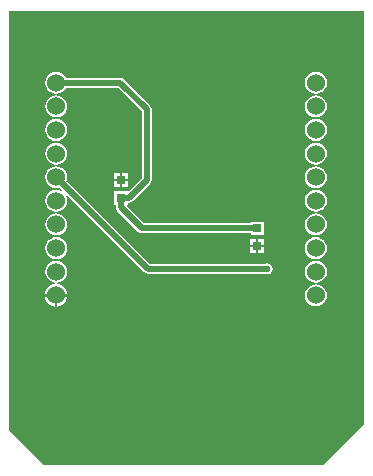
<source format=gbl>
G04*
G04 #@! TF.GenerationSoftware,Altium Limited,Altium Designer,19.1.5 (86)*
G04*
G04 Layer_Physical_Order=2*
G04 Layer_Color=16711680*
%FSLAX25Y25*%
%MOIN*%
G70*
G01*
G75*
%ADD19C,0.01968*%
%ADD26C,0.06000*%
%ADD27C,0.02362*%
%ADD28R,0.03150X0.03150*%
G36*
X412149Y211373D02*
X398470Y197693D01*
X305467D01*
X293756Y209404D01*
Y348763D01*
X412149D01*
Y211373D01*
D02*
G37*
%LPC*%
G36*
X396100Y328661D02*
X395152Y328537D01*
X394269Y328171D01*
X393511Y327589D01*
X392929Y326831D01*
X392564Y325948D01*
X392439Y325000D01*
X392564Y324052D01*
X392929Y323169D01*
X393511Y322411D01*
X394269Y321829D01*
X395152Y321463D01*
X396100Y321339D01*
X397048Y321463D01*
X397931Y321829D01*
X398689Y322411D01*
X399271Y323169D01*
X399637Y324052D01*
X399761Y325000D01*
X399637Y325948D01*
X399271Y326831D01*
X398689Y327589D01*
X397931Y328171D01*
X397048Y328537D01*
X396100Y328661D01*
D02*
G37*
G36*
Y320787D02*
X395152Y320662D01*
X394269Y320297D01*
X393511Y319715D01*
X392929Y318957D01*
X392564Y318074D01*
X392439Y317126D01*
X392564Y316178D01*
X392929Y315295D01*
X393511Y314537D01*
X394269Y313955D01*
X395152Y313590D01*
X396100Y313465D01*
X397048Y313590D01*
X397931Y313955D01*
X398689Y314537D01*
X399271Y315295D01*
X399637Y316178D01*
X399761Y317126D01*
X399637Y318074D01*
X399271Y318957D01*
X398689Y319715D01*
X397931Y320297D01*
X397048Y320662D01*
X396100Y320787D01*
D02*
G37*
G36*
X309500D02*
X308552Y320662D01*
X307669Y320297D01*
X306911Y319715D01*
X306329Y318957D01*
X305963Y318074D01*
X305839Y317126D01*
X305963Y316178D01*
X306329Y315295D01*
X306911Y314537D01*
X307669Y313955D01*
X308552Y313590D01*
X309500Y313465D01*
X310448Y313590D01*
X311331Y313955D01*
X312089Y314537D01*
X312671Y315295D01*
X313036Y316178D01*
X313161Y317126D01*
X313036Y318074D01*
X312671Y318957D01*
X312089Y319715D01*
X311331Y320297D01*
X310448Y320662D01*
X309500Y320787D01*
D02*
G37*
G36*
X396100Y312913D02*
X395152Y312789D01*
X394269Y312423D01*
X393511Y311841D01*
X392929Y311083D01*
X392564Y310200D01*
X392439Y309252D01*
X392564Y308304D01*
X392929Y307421D01*
X393511Y306663D01*
X394269Y306081D01*
X395152Y305715D01*
X396100Y305591D01*
X397048Y305715D01*
X397931Y306081D01*
X398689Y306663D01*
X399271Y307421D01*
X399637Y308304D01*
X399761Y309252D01*
X399637Y310200D01*
X399271Y311083D01*
X398689Y311841D01*
X397931Y312423D01*
X397048Y312789D01*
X396100Y312913D01*
D02*
G37*
G36*
X309500D02*
X308552Y312789D01*
X307669Y312423D01*
X306911Y311841D01*
X306329Y311083D01*
X305963Y310200D01*
X305839Y309252D01*
X305963Y308304D01*
X306329Y307421D01*
X306911Y306663D01*
X307669Y306081D01*
X308552Y305715D01*
X309500Y305591D01*
X310448Y305715D01*
X311331Y306081D01*
X312089Y306663D01*
X312671Y307421D01*
X313036Y308304D01*
X313161Y309252D01*
X313036Y310200D01*
X312671Y311083D01*
X312089Y311841D01*
X311331Y312423D01*
X310448Y312789D01*
X309500Y312913D01*
D02*
G37*
G36*
X396100Y305039D02*
X395152Y304914D01*
X394269Y304549D01*
X393511Y303967D01*
X392929Y303209D01*
X392564Y302326D01*
X392439Y301378D01*
X392564Y300430D01*
X392929Y299547D01*
X393511Y298789D01*
X394269Y298207D01*
X395152Y297842D01*
X396100Y297717D01*
X397048Y297842D01*
X397931Y298207D01*
X398689Y298789D01*
X399271Y299547D01*
X399637Y300430D01*
X399761Y301378D01*
X399637Y302326D01*
X399271Y303209D01*
X398689Y303967D01*
X397931Y304549D01*
X397048Y304914D01*
X396100Y305039D01*
D02*
G37*
G36*
X309500D02*
X308552Y304914D01*
X307669Y304549D01*
X306911Y303967D01*
X306329Y303209D01*
X305963Y302326D01*
X305839Y301378D01*
X305963Y300430D01*
X306329Y299547D01*
X306911Y298789D01*
X307669Y298207D01*
X308552Y297842D01*
X309500Y297717D01*
X310448Y297842D01*
X311331Y298207D01*
X312089Y298789D01*
X312671Y299547D01*
X313036Y300430D01*
X313161Y301378D01*
X313036Y302326D01*
X312671Y303209D01*
X312089Y303967D01*
X311331Y304549D01*
X310448Y304914D01*
X309500Y305039D01*
D02*
G37*
G36*
X333465Y294882D02*
X331496D01*
Y292913D01*
X333465D01*
Y294882D01*
D02*
G37*
G36*
X330709D02*
X328740D01*
Y292913D01*
X330709D01*
Y294882D01*
D02*
G37*
G36*
X333465Y292126D02*
X331496D01*
Y290158D01*
X333465D01*
Y292126D01*
D02*
G37*
G36*
X330709D02*
X328740D01*
Y290158D01*
X330709D01*
Y292126D01*
D02*
G37*
G36*
X396100Y297165D02*
X395152Y297040D01*
X394269Y296675D01*
X393511Y296093D01*
X392929Y295335D01*
X392564Y294451D01*
X392439Y293504D01*
X392564Y292556D01*
X392929Y291673D01*
X393511Y290915D01*
X394269Y290333D01*
X395152Y289967D01*
X396100Y289843D01*
X397048Y289967D01*
X397931Y290333D01*
X398689Y290915D01*
X399271Y291673D01*
X399637Y292556D01*
X399761Y293504D01*
X399637Y294451D01*
X399271Y295335D01*
X398689Y296093D01*
X397931Y296675D01*
X397048Y297040D01*
X396100Y297165D01*
D02*
G37*
G36*
X309500D02*
X308552Y297040D01*
X307669Y296675D01*
X306911Y296093D01*
X306329Y295335D01*
X305963Y294451D01*
X305839Y293504D01*
X305963Y292556D01*
X306329Y291673D01*
X306911Y290915D01*
X307669Y290333D01*
X308552Y289967D01*
X309500Y289843D01*
X310448Y289967D01*
X310632Y290044D01*
X311337Y289339D01*
X311054Y288915D01*
X310448Y289166D01*
X309500Y289291D01*
X308552Y289166D01*
X307669Y288801D01*
X306911Y288219D01*
X306329Y287460D01*
X305963Y286578D01*
X305839Y285630D01*
X305963Y284682D01*
X306329Y283799D01*
X306911Y283041D01*
X307669Y282459D01*
X308552Y282093D01*
X309500Y281969D01*
X310448Y282093D01*
X311331Y282459D01*
X312089Y283041D01*
X312671Y283799D01*
X313036Y284682D01*
X313161Y285630D01*
X313036Y286578D01*
X312785Y287184D01*
X313209Y287467D01*
X338848Y261828D01*
X339382Y261472D01*
X340012Y261346D01*
X379125D01*
X379215Y261286D01*
X379921Y261146D01*
X380628Y261286D01*
X381227Y261686D01*
X381627Y262285D01*
X381768Y262992D01*
X381627Y263699D01*
X381227Y264298D01*
X380628Y264698D01*
X379921Y264839D01*
X379215Y264698D01*
X379125Y264638D01*
X340693D01*
X312960Y292372D01*
X313036Y292556D01*
X313161Y293504D01*
X313036Y294451D01*
X312671Y295335D01*
X312089Y296093D01*
X311331Y296675D01*
X310448Y297040D01*
X309500Y297165D01*
D02*
G37*
G36*
Y328661D02*
X308552Y328537D01*
X307669Y328171D01*
X306911Y327589D01*
X306329Y326831D01*
X305963Y325948D01*
X305839Y325000D01*
X305963Y324052D01*
X306329Y323169D01*
X306911Y322411D01*
X307669Y321829D01*
X308552Y321463D01*
X309500Y321339D01*
X310448Y321463D01*
X311331Y321829D01*
X312089Y322411D01*
X312671Y323169D01*
X312747Y323354D01*
X330224D01*
X338118Y315460D01*
Y293201D01*
X333610Y288693D01*
X333307Y288819D01*
Y288819D01*
X328898D01*
Y284409D01*
X329457D01*
Y283465D01*
X329582Y282835D01*
X329939Y282301D01*
X336828Y275411D01*
X337362Y275054D01*
X337992Y274929D01*
X374295D01*
Y274248D01*
X378705D01*
Y278658D01*
X374295D01*
Y278221D01*
X338674D01*
X332985Y283910D01*
X333192Y284409D01*
X333307D01*
Y284968D01*
X333858D01*
X334488Y285094D01*
X335022Y285450D01*
X340928Y291356D01*
X341284Y291890D01*
X341410Y292520D01*
Y316142D01*
X341284Y316772D01*
X340928Y317305D01*
X332069Y326164D01*
X331535Y326520D01*
X330906Y326646D01*
X312747D01*
X312671Y326831D01*
X312089Y327589D01*
X311331Y328171D01*
X310448Y328537D01*
X309500Y328661D01*
D02*
G37*
G36*
X396100Y289291D02*
X395152Y289166D01*
X394269Y288801D01*
X393511Y288219D01*
X392929Y287460D01*
X392564Y286578D01*
X392439Y285630D01*
X392564Y284682D01*
X392929Y283799D01*
X393511Y283041D01*
X394269Y282459D01*
X395152Y282093D01*
X396100Y281969D01*
X397048Y282093D01*
X397931Y282459D01*
X398689Y283041D01*
X399271Y283799D01*
X399637Y284682D01*
X399761Y285630D01*
X399637Y286578D01*
X399271Y287460D01*
X398689Y288219D01*
X397931Y288801D01*
X397048Y289166D01*
X396100Y289291D01*
D02*
G37*
G36*
Y281417D02*
X395152Y281292D01*
X394269Y280927D01*
X393511Y280345D01*
X392929Y279587D01*
X392564Y278703D01*
X392439Y277756D01*
X392564Y276808D01*
X392929Y275925D01*
X393511Y275167D01*
X394269Y274585D01*
X395152Y274219D01*
X396100Y274095D01*
X397048Y274219D01*
X397931Y274585D01*
X398689Y275167D01*
X399271Y275925D01*
X399637Y276808D01*
X399761Y277756D01*
X399637Y278703D01*
X399271Y279587D01*
X398689Y280345D01*
X397931Y280927D01*
X397048Y281292D01*
X396100Y281417D01*
D02*
G37*
G36*
X309500D02*
X308552Y281292D01*
X307669Y280927D01*
X306911Y280345D01*
X306329Y279587D01*
X305963Y278703D01*
X305839Y277756D01*
X305963Y276808D01*
X306329Y275925D01*
X306911Y275167D01*
X307669Y274585D01*
X308552Y274219D01*
X309500Y274095D01*
X310448Y274219D01*
X311331Y274585D01*
X312089Y275167D01*
X312671Y275925D01*
X313036Y276808D01*
X313161Y277756D01*
X313036Y278703D01*
X312671Y279587D01*
X312089Y280345D01*
X311331Y280927D01*
X310448Y281292D01*
X309500Y281417D01*
D02*
G37*
G36*
X378862Y272909D02*
X376894D01*
Y270941D01*
X378862D01*
Y272909D01*
D02*
G37*
G36*
X376106D02*
X374138D01*
Y270941D01*
X376106D01*
Y272909D01*
D02*
G37*
G36*
X378862Y270153D02*
X376894D01*
Y268185D01*
X378862D01*
Y270153D01*
D02*
G37*
G36*
X376106D02*
X374138D01*
Y268185D01*
X376106D01*
Y270153D01*
D02*
G37*
G36*
X396100Y273543D02*
X395152Y273418D01*
X394269Y273053D01*
X393511Y272471D01*
X392929Y271712D01*
X392564Y270830D01*
X392439Y269882D01*
X392564Y268934D01*
X392929Y268051D01*
X393511Y267293D01*
X394269Y266711D01*
X395152Y266345D01*
X396100Y266221D01*
X397048Y266345D01*
X397931Y266711D01*
X398689Y267293D01*
X399271Y268051D01*
X399637Y268934D01*
X399761Y269882D01*
X399637Y270830D01*
X399271Y271712D01*
X398689Y272471D01*
X397931Y273053D01*
X397048Y273418D01*
X396100Y273543D01*
D02*
G37*
G36*
X309500D02*
X308552Y273418D01*
X307669Y273053D01*
X306911Y272471D01*
X306329Y271712D01*
X305963Y270830D01*
X305839Y269882D01*
X305963Y268934D01*
X306329Y268051D01*
X306911Y267293D01*
X307669Y266711D01*
X308552Y266345D01*
X309500Y266221D01*
X310448Y266345D01*
X311331Y266711D01*
X312089Y267293D01*
X312671Y268051D01*
X313036Y268934D01*
X313161Y269882D01*
X313036Y270830D01*
X312671Y271712D01*
X312089Y272471D01*
X311331Y273053D01*
X310448Y273418D01*
X309500Y273543D01*
D02*
G37*
G36*
X396100Y265669D02*
X395152Y265544D01*
X394269Y265179D01*
X393511Y264597D01*
X392929Y263839D01*
X392564Y262955D01*
X392439Y262008D01*
X392564Y261060D01*
X392929Y260177D01*
X393511Y259419D01*
X394269Y258837D01*
X395152Y258471D01*
X396100Y258347D01*
X397048Y258471D01*
X397931Y258837D01*
X398689Y259419D01*
X399271Y260177D01*
X399637Y261060D01*
X399761Y262008D01*
X399637Y262955D01*
X399271Y263839D01*
X398689Y264597D01*
X397931Y265179D01*
X397048Y265544D01*
X396100Y265669D01*
D02*
G37*
G36*
X309500D02*
X308552Y265544D01*
X307669Y265179D01*
X306911Y264597D01*
X306329Y263839D01*
X305963Y262955D01*
X305839Y262008D01*
X305963Y261060D01*
X306329Y260177D01*
X306911Y259419D01*
X307669Y258837D01*
X308552Y258471D01*
X309076Y258402D01*
Y257898D01*
X308511Y257824D01*
X307590Y257442D01*
X306799Y256835D01*
X306192Y256044D01*
X305810Y255123D01*
X305732Y254528D01*
X313268D01*
X313190Y255123D01*
X312808Y256044D01*
X312201Y256835D01*
X311410Y257442D01*
X310489Y257824D01*
X309924Y257898D01*
Y258402D01*
X310448Y258471D01*
X311331Y258837D01*
X312089Y259419D01*
X312671Y260177D01*
X313036Y261060D01*
X313161Y262008D01*
X313036Y262955D01*
X312671Y263839D01*
X312089Y264597D01*
X311331Y265179D01*
X310448Y265544D01*
X309500Y265669D01*
D02*
G37*
G36*
X396100Y257795D02*
X395152Y257670D01*
X394269Y257305D01*
X393511Y256723D01*
X392929Y255964D01*
X392564Y255082D01*
X392439Y254134D01*
X392564Y253186D01*
X392929Y252303D01*
X393511Y251545D01*
X394269Y250963D01*
X395152Y250597D01*
X396100Y250473D01*
X397048Y250597D01*
X397931Y250963D01*
X398689Y251545D01*
X399271Y252303D01*
X399637Y253186D01*
X399761Y254134D01*
X399637Y255082D01*
X399271Y255964D01*
X398689Y256723D01*
X397931Y257305D01*
X397048Y257670D01*
X396100Y257795D01*
D02*
G37*
G36*
X313268Y253740D02*
X309894D01*
Y250366D01*
X310489Y250444D01*
X311410Y250826D01*
X312201Y251433D01*
X312808Y252224D01*
X313190Y253145D01*
X313268Y253740D01*
D02*
G37*
G36*
X309106D02*
X305732D01*
X305810Y253145D01*
X306192Y252224D01*
X306799Y251433D01*
X307590Y250826D01*
X308511Y250444D01*
X309106Y250366D01*
Y253740D01*
D02*
G37*
%LPD*%
D19*
X331102Y286614D02*
Y286614D01*
Y283465D02*
Y286614D01*
Y283465D02*
X337992Y276575D01*
X376378D01*
X309500Y293504D02*
X340012Y262992D01*
X379921D01*
X333858Y286614D02*
X339764Y292520D01*
X331102Y286614D02*
X333858D01*
X339764Y292520D02*
Y316142D01*
X330906Y325000D02*
X339764Y316142D01*
X309500Y325000D02*
X330906D01*
X309500Y285630D02*
X309791Y285339D01*
D26*
X309500Y325000D02*
D03*
Y317126D02*
D03*
Y309252D02*
D03*
Y301378D02*
D03*
Y293504D02*
D03*
Y285630D02*
D03*
Y277756D02*
D03*
Y269882D02*
D03*
Y262008D02*
D03*
Y254134D02*
D03*
X396100D02*
D03*
Y262008D02*
D03*
Y269882D02*
D03*
Y277756D02*
D03*
Y285630D02*
D03*
Y293504D02*
D03*
Y301378D02*
D03*
Y309252D02*
D03*
Y317126D02*
D03*
Y325000D02*
D03*
D27*
X410433Y242126D02*
D03*
X407480Y236220D02*
D03*
X410433Y230315D02*
D03*
X407480Y224409D02*
D03*
X410433Y218504D02*
D03*
X407480Y212598D02*
D03*
X404527Y242126D02*
D03*
X401575Y236220D02*
D03*
X404527Y230315D02*
D03*
X401575Y224409D02*
D03*
X404527Y218504D02*
D03*
Y206693D02*
D03*
X398622Y242126D02*
D03*
X395669Y236220D02*
D03*
X398622Y230315D02*
D03*
X395669Y224409D02*
D03*
X398622Y218504D02*
D03*
X395669Y200787D02*
D03*
X392716Y242126D02*
D03*
X389764Y236220D02*
D03*
X392716Y230315D02*
D03*
Y206693D02*
D03*
X389764Y200787D02*
D03*
X383858Y236220D02*
D03*
X386811Y230315D02*
D03*
Y218504D02*
D03*
X383858Y200787D02*
D03*
X377953Y248031D02*
D03*
X380905Y242126D02*
D03*
X377953Y236220D02*
D03*
X380905Y230315D02*
D03*
Y218504D02*
D03*
X377953Y212598D02*
D03*
X380905Y206693D02*
D03*
X377953Y200787D02*
D03*
X372047Y248031D02*
D03*
X375000Y242126D02*
D03*
X372047Y236220D02*
D03*
X375000Y230315D02*
D03*
Y218504D02*
D03*
X372047Y212598D02*
D03*
X375000Y206693D02*
D03*
X372047Y200787D02*
D03*
X366142Y248031D02*
D03*
X369094Y230315D02*
D03*
Y218504D02*
D03*
X366142Y212598D02*
D03*
X369094Y206693D02*
D03*
X366142Y200787D02*
D03*
X360236Y248031D02*
D03*
X363189Y230315D02*
D03*
Y218504D02*
D03*
X360236Y212598D02*
D03*
X363189Y206693D02*
D03*
X360236Y200787D02*
D03*
X354331Y248031D02*
D03*
Y224409D02*
D03*
X357283Y218504D02*
D03*
X354331Y212598D02*
D03*
X357283Y206693D02*
D03*
X354331Y200787D02*
D03*
X348425Y248031D02*
D03*
X351378Y230315D02*
D03*
X348425Y224409D02*
D03*
X351378Y218504D02*
D03*
X348425Y212598D02*
D03*
X351378Y206693D02*
D03*
X348425Y200787D02*
D03*
X342520Y248031D02*
D03*
X345472Y218504D02*
D03*
X342520Y212598D02*
D03*
X345472Y206693D02*
D03*
X342520Y200787D02*
D03*
X336614Y248031D02*
D03*
X339567Y230315D02*
D03*
Y218504D02*
D03*
X336614Y212598D02*
D03*
X339567Y206693D02*
D03*
X336614Y200787D02*
D03*
X330709Y248031D02*
D03*
X333661Y242126D02*
D03*
X330709Y236220D02*
D03*
X333661Y230315D02*
D03*
Y218504D02*
D03*
X330709Y212598D02*
D03*
X333661Y206693D02*
D03*
X330709Y200787D02*
D03*
X324803Y248031D02*
D03*
X327756Y242126D02*
D03*
X324803Y236220D02*
D03*
X327756Y230315D02*
D03*
Y218504D02*
D03*
X324803Y212598D02*
D03*
X327756Y206693D02*
D03*
X324803Y200787D02*
D03*
X318898Y236220D02*
D03*
X321850Y230315D02*
D03*
Y218504D02*
D03*
X318898Y200787D02*
D03*
X312992Y236220D02*
D03*
X315945Y230315D02*
D03*
X312992Y212598D02*
D03*
Y200787D02*
D03*
X307086Y248031D02*
D03*
X310039Y242126D02*
D03*
X307086Y236220D02*
D03*
X310039Y230315D02*
D03*
X307086Y224409D02*
D03*
Y200787D02*
D03*
X301181Y248031D02*
D03*
X304134Y242126D02*
D03*
X301181Y236220D02*
D03*
X304134Y230315D02*
D03*
X301181Y224409D02*
D03*
X304134Y218504D02*
D03*
X301181Y212598D02*
D03*
X295275Y248031D02*
D03*
X298228Y242126D02*
D03*
X295275Y236220D02*
D03*
X298228Y230315D02*
D03*
X295275Y224409D02*
D03*
X298228Y218504D02*
D03*
X295275Y212598D02*
D03*
X298228Y206693D02*
D03*
X379921Y262992D02*
D03*
X376378Y276575D02*
D03*
X331102Y286614D02*
D03*
D28*
X376500Y270547D02*
D03*
Y276453D02*
D03*
X331102Y292520D02*
D03*
Y286614D02*
D03*
M02*

</source>
